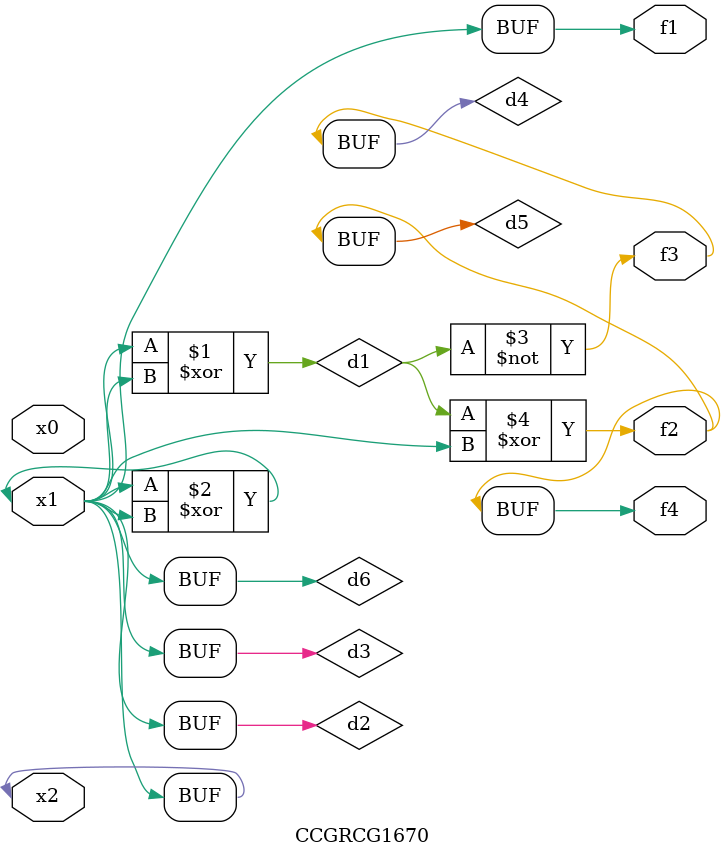
<source format=v>
module CCGRCG1670(
	input x0, x1, x2,
	output f1, f2, f3, f4
);

	wire d1, d2, d3, d4, d5, d6;

	xor (d1, x1, x2);
	buf (d2, x1, x2);
	xor (d3, x1, x2);
	nor (d4, d1);
	xor (d5, d1, d2);
	buf (d6, d2, d3);
	assign f1 = d6;
	assign f2 = d5;
	assign f3 = d4;
	assign f4 = d5;
endmodule

</source>
